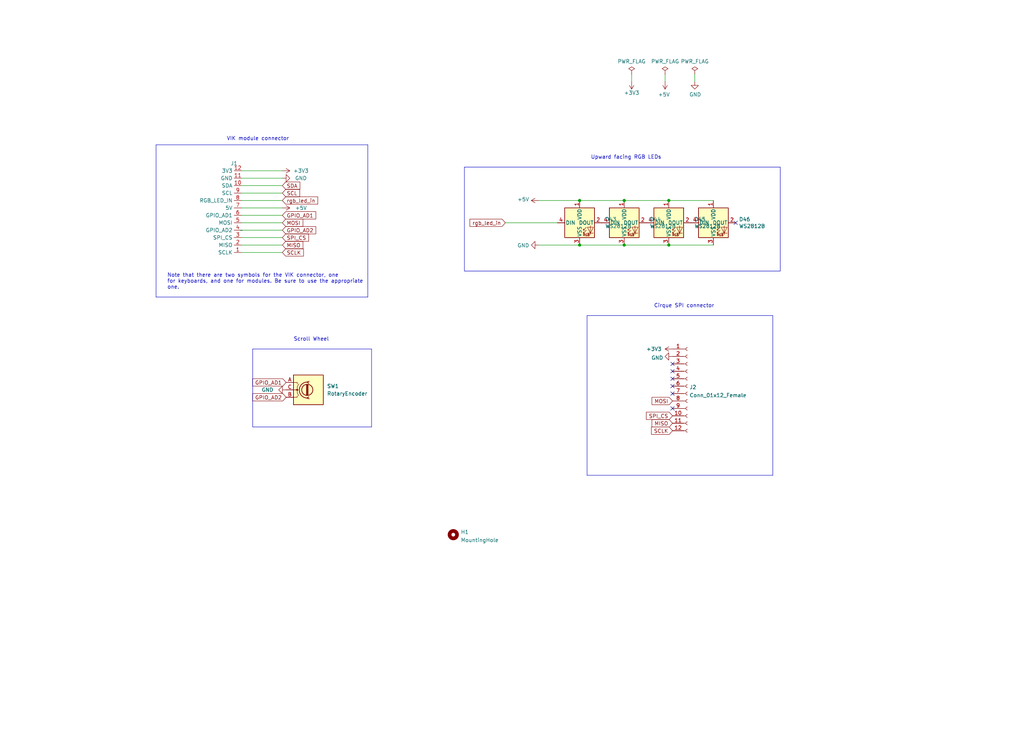
<source format=kicad_sch>
(kicad_sch (version 20230121) (generator eeschema)

  (uuid 61fe293f-6808-4b7f-9340-9aaac7054a97)

  (paper "User" 350.012 250.012)

  (lib_symbols
    (symbol "Connector:Conn_01x12_Female" (pin_names (offset 1.016) hide) (in_bom yes) (on_board yes)
      (property "Reference" "J" (at 0 15.24 0)
        (effects (font (size 1.27 1.27)))
      )
      (property "Value" "Conn_01x12_Female" (at 0 -17.78 0)
        (effects (font (size 1.27 1.27)))
      )
      (property "Footprint" "" (at 0 0 0)
        (effects (font (size 1.27 1.27)) hide)
      )
      (property "Datasheet" "~" (at 0 0 0)
        (effects (font (size 1.27 1.27)) hide)
      )
      (property "ki_keywords" "connector" (at 0 0 0)
        (effects (font (size 1.27 1.27)) hide)
      )
      (property "ki_description" "Generic connector, single row, 01x12, script generated (kicad-library-utils/schlib/autogen/connector/)" (at 0 0 0)
        (effects (font (size 1.27 1.27)) hide)
      )
      (property "ki_fp_filters" "Connector*:*_1x??_*" (at 0 0 0)
        (effects (font (size 1.27 1.27)) hide)
      )
      (symbol "Conn_01x12_Female_1_1"
        (arc (start 0 -14.732) (mid -0.5058 -15.24) (end 0 -15.748)
          (stroke (width 0.1524) (type default))
          (fill (type none))
        )
        (arc (start 0 -12.192) (mid -0.5058 -12.7) (end 0 -13.208)
          (stroke (width 0.1524) (type default))
          (fill (type none))
        )
        (arc (start 0 -9.652) (mid -0.5058 -10.16) (end 0 -10.668)
          (stroke (width 0.1524) (type default))
          (fill (type none))
        )
        (arc (start 0 -7.112) (mid -0.5058 -7.62) (end 0 -8.128)
          (stroke (width 0.1524) (type default))
          (fill (type none))
        )
        (arc (start 0 -4.572) (mid -0.5058 -5.08) (end 0 -5.588)
          (stroke (width 0.1524) (type default))
          (fill (type none))
        )
        (arc (start 0 -2.032) (mid -0.5058 -2.54) (end 0 -3.048)
          (stroke (width 0.1524) (type default))
          (fill (type none))
        )
        (polyline
          (pts
            (xy -1.27 -15.24)
            (xy -0.508 -15.24)
          )
          (stroke (width 0.1524) (type default))
          (fill (type none))
        )
        (polyline
          (pts
            (xy -1.27 -12.7)
            (xy -0.508 -12.7)
          )
          (stroke (width 0.1524) (type default))
          (fill (type none))
        )
        (polyline
          (pts
            (xy -1.27 -10.16)
            (xy -0.508 -10.16)
          )
          (stroke (width 0.1524) (type default))
          (fill (type none))
        )
        (polyline
          (pts
            (xy -1.27 -7.62)
            (xy -0.508 -7.62)
          )
          (stroke (width 0.1524) (type default))
          (fill (type none))
        )
        (polyline
          (pts
            (xy -1.27 -5.08)
            (xy -0.508 -5.08)
          )
          (stroke (width 0.1524) (type default))
          (fill (type none))
        )
        (polyline
          (pts
            (xy -1.27 -2.54)
            (xy -0.508 -2.54)
          )
          (stroke (width 0.1524) (type default))
          (fill (type none))
        )
        (polyline
          (pts
            (xy -1.27 0)
            (xy -0.508 0)
          )
          (stroke (width 0.1524) (type default))
          (fill (type none))
        )
        (polyline
          (pts
            (xy -1.27 2.54)
            (xy -0.508 2.54)
          )
          (stroke (width 0.1524) (type default))
          (fill (type none))
        )
        (polyline
          (pts
            (xy -1.27 5.08)
            (xy -0.508 5.08)
          )
          (stroke (width 0.1524) (type default))
          (fill (type none))
        )
        (polyline
          (pts
            (xy -1.27 7.62)
            (xy -0.508 7.62)
          )
          (stroke (width 0.1524) (type default))
          (fill (type none))
        )
        (polyline
          (pts
            (xy -1.27 10.16)
            (xy -0.508 10.16)
          )
          (stroke (width 0.1524) (type default))
          (fill (type none))
        )
        (polyline
          (pts
            (xy -1.27 12.7)
            (xy -0.508 12.7)
          )
          (stroke (width 0.1524) (type default))
          (fill (type none))
        )
        (arc (start 0 0.508) (mid -0.5058 0) (end 0 -0.508)
          (stroke (width 0.1524) (type default))
          (fill (type none))
        )
        (arc (start 0 3.048) (mid -0.5058 2.54) (end 0 2.032)
          (stroke (width 0.1524) (type default))
          (fill (type none))
        )
        (arc (start 0 5.588) (mid -0.5058 5.08) (end 0 4.572)
          (stroke (width 0.1524) (type default))
          (fill (type none))
        )
        (arc (start 0 8.128) (mid -0.5058 7.62) (end 0 7.112)
          (stroke (width 0.1524) (type default))
          (fill (type none))
        )
        (arc (start 0 10.668) (mid -0.5058 10.16) (end 0 9.652)
          (stroke (width 0.1524) (type default))
          (fill (type none))
        )
        (arc (start 0 13.208) (mid -0.5058 12.7) (end 0 12.192)
          (stroke (width 0.1524) (type default))
          (fill (type none))
        )
        (pin passive line (at -5.08 12.7 0) (length 3.81)
          (name "Pin_1" (effects (font (size 1.27 1.27))))
          (number "1" (effects (font (size 1.27 1.27))))
        )
        (pin passive line (at -5.08 -10.16 0) (length 3.81)
          (name "Pin_10" (effects (font (size 1.27 1.27))))
          (number "10" (effects (font (size 1.27 1.27))))
        )
        (pin passive line (at -5.08 -12.7 0) (length 3.81)
          (name "Pin_11" (effects (font (size 1.27 1.27))))
          (number "11" (effects (font (size 1.27 1.27))))
        )
        (pin passive line (at -5.08 -15.24 0) (length 3.81)
          (name "Pin_12" (effects (font (size 1.27 1.27))))
          (number "12" (effects (font (size 1.27 1.27))))
        )
        (pin passive line (at -5.08 10.16 0) (length 3.81)
          (name "Pin_2" (effects (font (size 1.27 1.27))))
          (number "2" (effects (font (size 1.27 1.27))))
        )
        (pin passive line (at -5.08 7.62 0) (length 3.81)
          (name "Pin_3" (effects (font (size 1.27 1.27))))
          (number "3" (effects (font (size 1.27 1.27))))
        )
        (pin passive line (at -5.08 5.08 0) (length 3.81)
          (name "Pin_4" (effects (font (size 1.27 1.27))))
          (number "4" (effects (font (size 1.27 1.27))))
        )
        (pin passive line (at -5.08 2.54 0) (length 3.81)
          (name "Pin_5" (effects (font (size 1.27 1.27))))
          (number "5" (effects (font (size 1.27 1.27))))
        )
        (pin passive line (at -5.08 0 0) (length 3.81)
          (name "Pin_6" (effects (font (size 1.27 1.27))))
          (number "6" (effects (font (size 1.27 1.27))))
        )
        (pin passive line (at -5.08 -2.54 0) (length 3.81)
          (name "Pin_7" (effects (font (size 1.27 1.27))))
          (number "7" (effects (font (size 1.27 1.27))))
        )
        (pin passive line (at -5.08 -5.08 0) (length 3.81)
          (name "Pin_8" (effects (font (size 1.27 1.27))))
          (number "8" (effects (font (size 1.27 1.27))))
        )
        (pin passive line (at -5.08 -7.62 0) (length 3.81)
          (name "Pin_9" (effects (font (size 1.27 1.27))))
          (number "9" (effects (font (size 1.27 1.27))))
        )
      )
    )
    (symbol "Device:RotaryEncoder" (pin_names (offset 0.254) hide) (in_bom yes) (on_board yes)
      (property "Reference" "SW" (at 0 6.604 0)
        (effects (font (size 1.27 1.27)))
      )
      (property "Value" "RotaryEncoder" (at 0 -6.604 0)
        (effects (font (size 1.27 1.27)))
      )
      (property "Footprint" "" (at -3.81 4.064 0)
        (effects (font (size 1.27 1.27)) hide)
      )
      (property "Datasheet" "~" (at 0 6.604 0)
        (effects (font (size 1.27 1.27)) hide)
      )
      (property "ki_keywords" "rotary switch encoder" (at 0 0 0)
        (effects (font (size 1.27 1.27)) hide)
      )
      (property "ki_description" "Rotary encoder, dual channel, incremental quadrate outputs" (at 0 0 0)
        (effects (font (size 1.27 1.27)) hide)
      )
      (property "ki_fp_filters" "RotaryEncoder*" (at 0 0 0)
        (effects (font (size 1.27 1.27)) hide)
      )
      (symbol "RotaryEncoder_0_1"
        (rectangle (start -5.08 5.08) (end 5.08 -5.08)
          (stroke (width 0.254) (type default))
          (fill (type background))
        )
        (circle (center -3.81 0) (radius 0.254)
          (stroke (width 0) (type default))
          (fill (type outline))
        )
        (circle (center -0.381 0) (radius 1.905)
          (stroke (width 0.254) (type default))
          (fill (type none))
        )
        (arc (start -0.381 2.667) (mid -3.0988 -0.0635) (end -0.381 -2.794)
          (stroke (width 0.254) (type default))
          (fill (type none))
        )
        (polyline
          (pts
            (xy -0.635 -1.778)
            (xy -0.635 1.778)
          )
          (stroke (width 0.254) (type default))
          (fill (type none))
        )
        (polyline
          (pts
            (xy -0.381 -1.778)
            (xy -0.381 1.778)
          )
          (stroke (width 0.254) (type default))
          (fill (type none))
        )
        (polyline
          (pts
            (xy -0.127 1.778)
            (xy -0.127 -1.778)
          )
          (stroke (width 0.254) (type default))
          (fill (type none))
        )
        (polyline
          (pts
            (xy -5.08 -2.54)
            (xy -3.81 -2.54)
            (xy -3.81 -2.032)
          )
          (stroke (width 0) (type default))
          (fill (type none))
        )
        (polyline
          (pts
            (xy -5.08 2.54)
            (xy -3.81 2.54)
            (xy -3.81 2.032)
          )
          (stroke (width 0) (type default))
          (fill (type none))
        )
        (polyline
          (pts
            (xy 0.254 -3.048)
            (xy -0.508 -2.794)
            (xy 0.127 -2.413)
          )
          (stroke (width 0.254) (type default))
          (fill (type none))
        )
        (polyline
          (pts
            (xy 0.254 2.921)
            (xy -0.508 2.667)
            (xy 0.127 2.286)
          )
          (stroke (width 0.254) (type default))
          (fill (type none))
        )
        (polyline
          (pts
            (xy -5.08 0)
            (xy -3.81 0)
            (xy -3.81 -1.016)
            (xy -3.302 -2.032)
          )
          (stroke (width 0) (type default))
          (fill (type none))
        )
        (polyline
          (pts
            (xy -4.318 0)
            (xy -3.81 0)
            (xy -3.81 1.016)
            (xy -3.302 2.032)
          )
          (stroke (width 0) (type default))
          (fill (type none))
        )
      )
      (symbol "RotaryEncoder_1_1"
        (pin passive line (at -7.62 2.54 0) (length 2.54)
          (name "A" (effects (font (size 1.27 1.27))))
          (number "A" (effects (font (size 1.27 1.27))))
        )
        (pin passive line (at -7.62 -2.54 0) (length 2.54)
          (name "B" (effects (font (size 1.27 1.27))))
          (number "B" (effects (font (size 1.27 1.27))))
        )
        (pin passive line (at -7.62 0 0) (length 2.54)
          (name "C" (effects (font (size 1.27 1.27))))
          (number "C" (effects (font (size 1.27 1.27))))
        )
      )
    )
    (symbol "Mechanical:MountingHole" (pin_names (offset 1.016)) (in_bom yes) (on_board yes)
      (property "Reference" "H" (at 0 5.08 0)
        (effects (font (size 1.27 1.27)))
      )
      (property "Value" "MountingHole" (at 0 3.175 0)
        (effects (font (size 1.27 1.27)))
      )
      (property "Footprint" "" (at 0 0 0)
        (effects (font (size 1.27 1.27)) hide)
      )
      (property "Datasheet" "~" (at 0 0 0)
        (effects (font (size 1.27 1.27)) hide)
      )
      (property "ki_keywords" "mounting hole" (at 0 0 0)
        (effects (font (size 1.27 1.27)) hide)
      )
      (property "ki_description" "Mounting Hole without connection" (at 0 0 0)
        (effects (font (size 1.27 1.27)) hide)
      )
      (property "ki_fp_filters" "MountingHole*" (at 0 0 0)
        (effects (font (size 1.27 1.27)) hide)
      )
      (symbol "MountingHole_0_1"
        (circle (center 0 0) (radius 1.27)
          (stroke (width 1.27) (type default))
          (fill (type none))
        )
      )
    )
    (symbol "kicad-keyboard-parts:SK6812MINI-E" (pin_names (offset 0.254)) (in_bom yes) (on_board yes)
      (property "Reference" "D" (at 5.08 5.715 0)
        (effects (font (size 1.27 1.27)) (justify right bottom))
      )
      (property "Value" "SK6812MINI-E" (at 1.27 -5.715 0)
        (effects (font (size 1.27 1.27)) (justify left top))
      )
      (property "Footprint" "kicad-keyboard-parts:MX_SK6812MINI-E" (at 1.27 -7.62 0)
        (effects (font (size 1.27 1.27)) (justify left top) hide)
      )
      (property "Datasheet" "https://cdn-shop.adafruit.com/product-files/2686/SK6812MINI_REV.01-1-2.pdf" (at 2.54 -9.525 0)
        (effects (font (size 1.27 1.27)) (justify left top) hide)
      )
      (property "ki_keywords" "RGB LED NeoPixel Mini addressable" (at 0 0 0)
        (effects (font (size 1.27 1.27)) hide)
      )
      (property "ki_description" "Reverse-mount RGB LED with integrated controller" (at 0 0 0)
        (effects (font (size 1.27 1.27)) hide)
      )
      (property "ki_fp_filters" "LED*SK6812MINI*PLCC*3.5x3.5mm*P1.75mm*" (at 0 0 0)
        (effects (font (size 1.27 1.27)) hide)
      )
      (symbol "SK6812MINI-E_0_0"
        (text "RGB" (at 2.286 -4.191 0)
          (effects (font (size 0.762 0.762)))
        )
      )
      (symbol "SK6812MINI-E_0_1"
        (polyline
          (pts
            (xy 1.27 -3.556)
            (xy 1.778 -3.556)
          )
          (stroke (width 0) (type default))
          (fill (type none))
        )
        (polyline
          (pts
            (xy 1.27 -2.54)
            (xy 1.778 -2.54)
          )
          (stroke (width 0) (type default))
          (fill (type none))
        )
        (polyline
          (pts
            (xy 4.699 -3.556)
            (xy 2.667 -3.556)
          )
          (stroke (width 0) (type default))
          (fill (type none))
        )
        (polyline
          (pts
            (xy 2.286 -2.54)
            (xy 1.27 -3.556)
            (xy 1.27 -3.048)
          )
          (stroke (width 0) (type default))
          (fill (type none))
        )
        (polyline
          (pts
            (xy 2.286 -1.524)
            (xy 1.27 -2.54)
            (xy 1.27 -2.032)
          )
          (stroke (width 0) (type default))
          (fill (type none))
        )
        (polyline
          (pts
            (xy 3.683 -1.016)
            (xy 3.683 -3.556)
            (xy 3.683 -4.064)
          )
          (stroke (width 0) (type default))
          (fill (type none))
        )
        (polyline
          (pts
            (xy 4.699 -1.524)
            (xy 2.667 -1.524)
            (xy 3.683 -3.556)
            (xy 4.699 -1.524)
          )
          (stroke (width 0) (type default))
          (fill (type none))
        )
        (rectangle (start 5.08 5.08) (end -5.08 -5.08)
          (stroke (width 0.254) (type default))
          (fill (type background))
        )
      )
      (symbol "SK6812MINI-E_1_1"
        (pin power_in line (at 0 7.62 270) (length 2.54)
          (name "VDD" (effects (font (size 1.27 1.27))))
          (number "1" (effects (font (size 1.27 1.27))))
        )
        (pin output line (at 7.62 0 180) (length 2.54)
          (name "DOUT" (effects (font (size 1.27 1.27))))
          (number "2" (effects (font (size 1.27 1.27))))
        )
        (pin power_in line (at 0 -7.62 90) (length 2.54)
          (name "VSS" (effects (font (size 1.27 1.27))))
          (number "3" (effects (font (size 1.27 1.27))))
        )
        (pin input line (at -7.62 0 0) (length 2.54)
          (name "DIN" (effects (font (size 1.27 1.27))))
          (number "4" (effects (font (size 1.27 1.27))))
        )
      )
    )
    (symbol "power:+3V3" (power) (pin_names (offset 0)) (in_bom yes) (on_board yes)
      (property "Reference" "#PWR" (at 0 -3.81 0)
        (effects (font (size 1.27 1.27)) hide)
      )
      (property "Value" "+3V3" (at 0 3.556 0)
        (effects (font (size 1.27 1.27)))
      )
      (property "Footprint" "" (at 0 0 0)
        (effects (font (size 1.27 1.27)) hide)
      )
      (property "Datasheet" "" (at 0 0 0)
        (effects (font (size 1.27 1.27)) hide)
      )
      (property "ki_keywords" "power-flag" (at 0 0 0)
        (effects (font (size 1.27 1.27)) hide)
      )
      (property "ki_description" "Power symbol creates a global label with name \"+3V3\"" (at 0 0 0)
        (effects (font (size 1.27 1.27)) hide)
      )
      (symbol "+3V3_0_1"
        (polyline
          (pts
            (xy -0.762 1.27)
            (xy 0 2.54)
          )
          (stroke (width 0) (type default))
          (fill (type none))
        )
        (polyline
          (pts
            (xy 0 0)
            (xy 0 2.54)
          )
          (stroke (width 0) (type default))
          (fill (type none))
        )
        (polyline
          (pts
            (xy 0 2.54)
            (xy 0.762 1.27)
          )
          (stroke (width 0) (type default))
          (fill (type none))
        )
      )
      (symbol "+3V3_1_1"
        (pin power_in line (at 0 0 90) (length 0) hide
          (name "+3V3" (effects (font (size 1.27 1.27))))
          (number "1" (effects (font (size 1.27 1.27))))
        )
      )
    )
    (symbol "power:+5V" (power) (pin_names (offset 0)) (in_bom yes) (on_board yes)
      (property "Reference" "#PWR" (at 0 -3.81 0)
        (effects (font (size 1.27 1.27)) hide)
      )
      (property "Value" "+5V" (at 0 3.556 0)
        (effects (font (size 1.27 1.27)))
      )
      (property "Footprint" "" (at 0 0 0)
        (effects (font (size 1.27 1.27)) hide)
      )
      (property "Datasheet" "" (at 0 0 0)
        (effects (font (size 1.27 1.27)) hide)
      )
      (property "ki_keywords" "power-flag" (at 0 0 0)
        (effects (font (size 1.27 1.27)) hide)
      )
      (property "ki_description" "Power symbol creates a global label with name \"+5V\"" (at 0 0 0)
        (effects (font (size 1.27 1.27)) hide)
      )
      (symbol "+5V_0_1"
        (polyline
          (pts
            (xy -0.762 1.27)
            (xy 0 2.54)
          )
          (stroke (width 0) (type default))
          (fill (type none))
        )
        (polyline
          (pts
            (xy 0 0)
            (xy 0 2.54)
          )
          (stroke (width 0) (type default))
          (fill (type none))
        )
        (polyline
          (pts
            (xy 0 2.54)
            (xy 0.762 1.27)
          )
          (stroke (width 0) (type default))
          (fill (type none))
        )
      )
      (symbol "+5V_1_1"
        (pin power_in line (at 0 0 90) (length 0) hide
          (name "+5V" (effects (font (size 1.27 1.27))))
          (number "1" (effects (font (size 1.27 1.27))))
        )
      )
    )
    (symbol "power:GND" (power) (pin_names (offset 0)) (in_bom yes) (on_board yes)
      (property "Reference" "#PWR" (at 0 -6.35 0)
        (effects (font (size 1.27 1.27)) hide)
      )
      (property "Value" "GND" (at 0 -3.81 0)
        (effects (font (size 1.27 1.27)))
      )
      (property "Footprint" "" (at 0 0 0)
        (effects (font (size 1.27 1.27)) hide)
      )
      (property "Datasheet" "" (at 0 0 0)
        (effects (font (size 1.27 1.27)) hide)
      )
      (property "ki_keywords" "power-flag" (at 0 0 0)
        (effects (font (size 1.27 1.27)) hide)
      )
      (property "ki_description" "Power symbol creates a global label with name \"GND\" , ground" (at 0 0 0)
        (effects (font (size 1.27 1.27)) hide)
      )
      (symbol "GND_0_1"
        (polyline
          (pts
            (xy 0 0)
            (xy 0 -1.27)
            (xy 1.27 -1.27)
            (xy 0 -2.54)
            (xy -1.27 -1.27)
            (xy 0 -1.27)
          )
          (stroke (width 0) (type default))
          (fill (type none))
        )
      )
      (symbol "GND_1_1"
        (pin power_in line (at 0 0 270) (length 0) hide
          (name "GND" (effects (font (size 1.27 1.27))))
          (number "1" (effects (font (size 1.27 1.27))))
        )
      )
    )
    (symbol "power:PWR_FLAG" (power) (pin_numbers hide) (pin_names (offset 0) hide) (in_bom yes) (on_board yes)
      (property "Reference" "#FLG" (at 0 1.905 0)
        (effects (font (size 1.27 1.27)) hide)
      )
      (property "Value" "PWR_FLAG" (at 0 3.81 0)
        (effects (font (size 1.27 1.27)))
      )
      (property "Footprint" "" (at 0 0 0)
        (effects (font (size 1.27 1.27)) hide)
      )
      (property "Datasheet" "~" (at 0 0 0)
        (effects (font (size 1.27 1.27)) hide)
      )
      (property "ki_keywords" "power-flag" (at 0 0 0)
        (effects (font (size 1.27 1.27)) hide)
      )
      (property "ki_description" "Special symbol for telling ERC where power comes from" (at 0 0 0)
        (effects (font (size 1.27 1.27)) hide)
      )
      (symbol "PWR_FLAG_0_0"
        (pin power_out line (at 0 0 90) (length 0)
          (name "pwr" (effects (font (size 1.27 1.27))))
          (number "1" (effects (font (size 1.27 1.27))))
        )
      )
      (symbol "PWR_FLAG_0_1"
        (polyline
          (pts
            (xy 0 0)
            (xy 0 1.27)
            (xy -1.016 1.905)
            (xy 0 2.54)
            (xy 1.016 1.905)
            (xy 0 1.27)
          )
          (stroke (width 0) (type default))
          (fill (type none))
        )
      )
    )
    (symbol "vik:vik-module-connector" (in_bom yes) (on_board yes)
      (property "Reference" "J" (at 0 17.78 0)
        (effects (font (size 1.27 1.27)))
      )
      (property "Value" "" (at 0 6.35 0)
        (effects (font (size 1.27 1.27)))
      )
      (property "Footprint" "" (at 0 6.35 0)
        (effects (font (size 1.27 1.27)) hide)
      )
      (property "Datasheet" "" (at 0 6.35 0)
        (effects (font (size 1.27 1.27)) hide)
      )
      (symbol "vik-module-connector_1_1"
        (pin input line (at 0 13.97 0) (length 2.54)
          (name "SCLK" (effects (font (size 1.27 1.27))))
          (number "1" (effects (font (size 1.27 1.27))))
        )
        (pin input line (at 0 -8.89 0) (length 2.54)
          (name "SDA" (effects (font (size 1.27 1.27))))
          (number "10" (effects (font (size 1.27 1.27))))
        )
        (pin power_in line (at 0 -11.43 0) (length 2.54)
          (name "GND" (effects (font (size 1.27 1.27))))
          (number "11" (effects (font (size 1.27 1.27))))
        )
        (pin power_in line (at 0 -13.97 0) (length 2.54)
          (name "3V3" (effects (font (size 1.27 1.27))))
          (number "12" (effects (font (size 1.27 1.27))))
        )
        (pin input line (at 0 11.43 0) (length 2.54)
          (name "MISO" (effects (font (size 1.27 1.27))))
          (number "2" (effects (font (size 1.27 1.27))))
        )
        (pin input line (at 0 8.89 0) (length 2.54)
          (name "SPI_CS" (effects (font (size 1.27 1.27))))
          (number "3" (effects (font (size 1.27 1.27))))
        )
        (pin input line (at 0 6.35 0) (length 2.54)
          (name "GPIO_AD2" (effects (font (size 1.27 1.27))))
          (number "4" (effects (font (size 1.27 1.27))))
        )
        (pin input line (at 0 3.81 0) (length 2.54)
          (name "MOSI" (effects (font (size 1.27 1.27))))
          (number "5" (effects (font (size 1.27 1.27))))
        )
        (pin input line (at 0 1.27 0) (length 2.54)
          (name "GPIO_AD1" (effects (font (size 1.27 1.27))))
          (number "6" (effects (font (size 1.27 1.27))))
        )
        (pin power_in line (at 0 -1.27 0) (length 2.54)
          (name "5V" (effects (font (size 1.27 1.27))))
          (number "7" (effects (font (size 1.27 1.27))))
        )
        (pin input line (at 0 -3.81 0) (length 2.54)
          (name "RGB_LED_IN" (effects (font (size 1.27 1.27))))
          (number "8" (effects (font (size 1.27 1.27))))
        )
        (pin input line (at 0 -6.35 0) (length 2.54)
          (name "SCL" (effects (font (size 1.27 1.27))))
          (number "9" (effects (font (size 1.27 1.27))))
        )
      )
    )
  )

  (junction (at 198.12 83.82) (diameter 0) (color 0 0 0 0)
    (uuid 309fa007-da9b-446b-8a89-e7d2222a5831)
  )
  (junction (at 213.36 68.58) (diameter 0) (color 0 0 0 0)
    (uuid 478846e3-7800-4fd4-8a02-8f1827af0cd5)
  )
  (junction (at 228.6 68.58) (diameter 0) (color 0 0 0 0)
    (uuid a82e41a9-a872-45e1-83cb-2b5d1d2e8213)
  )
  (junction (at 228.6 83.82) (diameter 0) (color 0 0 0 0)
    (uuid c0f0b113-bbf0-41a6-a64d-72b4c3171f53)
  )
  (junction (at 198.12 68.58) (diameter 0) (color 0 0 0 0)
    (uuid e1409ca4-be7d-4e7e-b6a5-ec000316f010)
  )
  (junction (at 213.36 83.82) (diameter 0) (color 0 0 0 0)
    (uuid f5ffed9e-6dcc-42e2-afb5-0804bb92c659)
  )

  (no_connect (at 229.87 129.54) (uuid 26d32488-8dff-447c-a7e8-6649d5ca7567))
  (no_connect (at 251.46 76.2) (uuid af726a60-199d-4ad4-b475-08754ba10e25))
  (no_connect (at 229.87 139.7) (uuid b0865230-67ba-4f82-b103-ee7c8a04f77a))
  (no_connect (at 229.87 124.46) (uuid c5502c0c-e892-4ee0-8409-d9a97f5440bb))
  (no_connect (at 229.87 134.62) (uuid de951870-fc6d-4355-8842-a0fee08d8cab))
  (no_connect (at 229.87 127) (uuid f5703501-fa62-4d53-bb37-633fea6eee64))
  (no_connect (at 229.87 132.08) (uuid f889902a-d11f-4de3-b679-9e1f8c825024))

  (polyline (pts (xy 200.66 162.56) (xy 200.66 107.95))
    (stroke (width 0) (type default))
    (uuid 093984c9-6188-42c6-bf45-b83614742aaf)
  )

  (wire (pts (xy 82.55 58.42) (xy 96.52 58.42))
    (stroke (width 0) (type default))
    (uuid 10dd335c-495e-4e6e-afb3-92701f8b9223)
  )
  (wire (pts (xy 82.55 66.04) (xy 96.52 66.04))
    (stroke (width 0) (type default))
    (uuid 12e601b0-2ce6-47a0-bee0-90454bd8b539)
  )
  (wire (pts (xy 213.36 68.58) (xy 228.6 68.58))
    (stroke (width 0) (type default))
    (uuid 14b7346f-0116-46fb-891a-6aa1d833866b)
  )
  (polyline (pts (xy 158.75 57.15) (xy 158.75 92.71))
    (stroke (width 0) (type default))
    (uuid 1812e53f-5a8c-401a-8454-eb062d428cbc)
  )

  (wire (pts (xy 82.55 76.2) (xy 96.52 76.2))
    (stroke (width 0) (type default))
    (uuid 21fc78b2-4ae3-46a3-9944-c94c0613b9d2)
  )
  (wire (pts (xy 237.49 25.4) (xy 237.49 27.94))
    (stroke (width 0) (type default))
    (uuid 282c8e53-3acc-42f0-a92a-6aa976b97a93)
  )
  (wire (pts (xy 198.12 83.82) (xy 213.36 83.82))
    (stroke (width 0) (type default))
    (uuid 2f5635c3-9895-44f6-8975-182a036b9574)
  )
  (wire (pts (xy 82.55 73.66) (xy 96.52 73.66))
    (stroke (width 0) (type default))
    (uuid 31136693-ec0b-4e21-a472-9b3ad3b042f1)
  )
  (polyline (pts (xy 86.36 146.05) (xy 127 146.05))
    (stroke (width 0) (type default))
    (uuid 3832fc7c-1192-49c7-9ee0-2ef8edb1eea2)
  )

  (wire (pts (xy 184.15 83.82) (xy 198.12 83.82))
    (stroke (width 0) (type default))
    (uuid 412483a1-fd28-42f8-876b-fed02581f469)
  )
  (polyline (pts (xy 158.75 57.15) (xy 266.7 57.15))
    (stroke (width 0) (type default))
    (uuid 459bf7e1-03e5-43e7-a7a5-48bb21267187)
  )

  (wire (pts (xy 184.15 68.58) (xy 198.12 68.58))
    (stroke (width 0) (type default))
    (uuid 48758ce2-385e-4293-95f3-493b80337c4e)
  )
  (wire (pts (xy 82.55 81.28) (xy 96.52 81.28))
    (stroke (width 0) (type default))
    (uuid 4f5e7bcd-4596-4d4b-a03c-121244878d37)
  )
  (polyline (pts (xy 200.66 107.95) (xy 264.16 107.95))
    (stroke (width 0) (type default))
    (uuid 558703d1-d3c6-47b5-aa05-50f0d6fd0640)
  )

  (wire (pts (xy 82.55 83.82) (xy 96.52 83.82))
    (stroke (width 0) (type default))
    (uuid 5f72bc70-3346-47e0-a189-975416ef2e9c)
  )
  (wire (pts (xy 213.36 83.82) (xy 228.6 83.82))
    (stroke (width 0) (type default))
    (uuid 6ba722f7-9877-4a77-98cc-e97138f36789)
  )
  (wire (pts (xy 82.55 60.96) (xy 96.52 60.96))
    (stroke (width 0) (type default))
    (uuid 6ded6e1a-1684-446a-88f5-8e7fd1f82cc8)
  )
  (polyline (pts (xy 264.16 162.56) (xy 200.66 162.56))
    (stroke (width 0) (type default))
    (uuid 783f3524-cac3-4c6f-b43d-9337abcf4f97)
  )

  (wire (pts (xy 228.6 83.82) (xy 243.84 83.82))
    (stroke (width 0) (type default))
    (uuid 83342153-f2c2-42ee-8e46-c0ed9e10434e)
  )
  (wire (pts (xy 82.55 63.5) (xy 96.52 63.5))
    (stroke (width 0) (type default))
    (uuid 8a4bb0fb-91c0-4654-9a01-2d99eddfc927)
  )
  (wire (pts (xy 228.6 68.58) (xy 243.84 68.58))
    (stroke (width 0) (type default))
    (uuid 9662384e-2b80-4275-b5c4-bd3e5e627d71)
  )
  (wire (pts (xy 227.33 25.4) (xy 227.33 27.94))
    (stroke (width 0) (type default))
    (uuid 98970bf0-1168-4b4e-a1c9-3b0c8d7eaacf)
  )
  (polyline (pts (xy 125.73 49.53) (xy 125.73 101.6))
    (stroke (width 0) (type default))
    (uuid 99bf09fb-0fae-4637-b3f3-84a889bb2043)
  )
  (polyline (pts (xy 264.16 107.95) (xy 264.16 162.56))
    (stroke (width 0) (type default))
    (uuid 9abdc06f-0c40-4ec3-9703-a24cb4829cb3)
  )
  (polyline (pts (xy 125.73 101.6) (xy 53.34 101.6))
    (stroke (width 0) (type default))
    (uuid 9f7d949b-052d-4ce4-a723-65d6c8194f0f)
  )
  (polyline (pts (xy 86.36 119.38) (xy 127 119.38))
    (stroke (width 0) (type default))
    (uuid a0dc335a-f83f-49ca-bf03-74da5b7844fe)
  )
  (polyline (pts (xy 53.34 49.53) (xy 53.34 101.6))
    (stroke (width 0) (type default))
    (uuid a318c8a7-6037-4ecc-bb11-17fada677db9)
  )
  (polyline (pts (xy 266.7 92.71) (xy 266.7 57.15))
    (stroke (width 0) (type default))
    (uuid a9e702e9-2640-419c-926c-4862ec6caabb)
  )

  (wire (pts (xy 215.9 25.4) (xy 215.9 27.94))
    (stroke (width 0) (type default))
    (uuid b12e5309-5d01-40ef-a9c3-8453e00a555e)
  )
  (wire (pts (xy 172.72 76.2) (xy 190.5 76.2))
    (stroke (width 0) (type default))
    (uuid b3173493-8e87-456c-88c6-af1d1c463dde)
  )
  (wire (pts (xy 82.55 86.36) (xy 96.52 86.36))
    (stroke (width 0) (type default))
    (uuid b3e7c4cf-a423-439a-82cd-b273a6ac080b)
  )
  (polyline (pts (xy 53.34 49.53) (xy 125.73 49.53))
    (stroke (width 0) (type default))
    (uuid b50e0395-6aa2-48ca-8512-0c6bb8c6f23a)
  )

  (wire (pts (xy 82.55 68.58) (xy 96.52 68.58))
    (stroke (width 0) (type default))
    (uuid b6853bac-5ca5-47c9-91f6-2e9b2305e230)
  )
  (wire (pts (xy 82.55 71.12) (xy 96.52 71.12))
    (stroke (width 0) (type default))
    (uuid be9916ef-31e0-4b2d-b034-0d944db2af8c)
  )
  (wire (pts (xy 198.12 68.58) (xy 213.36 68.58))
    (stroke (width 0) (type default))
    (uuid c7fd5fca-82df-4715-8960-701cf369978c)
  )
  (polyline (pts (xy 158.75 92.71) (xy 266.7 92.71))
    (stroke (width 0) (type default))
    (uuid e1f36889-4243-47aa-9a77-682175b2b302)
  )
  (polyline (pts (xy 86.36 119.38) (xy 86.36 146.05))
    (stroke (width 0) (type default))
    (uuid e44a22af-090a-4ce8-b2b9-66f5c2df9c2c)
  )

  (wire (pts (xy 82.55 78.74) (xy 96.52 78.74))
    (stroke (width 0) (type default))
    (uuid ef6c1aea-b510-477e-a9ce-1c4bad719d82)
  )
  (polyline (pts (xy 127 146.05) (xy 127 119.38))
    (stroke (width 0) (type default))
    (uuid f30c1f6a-0ce6-4c32-acf4-af4fdc2bcf9b)
  )

  (text "Cirque SPI connector" (at 223.52 105.41 0)
    (effects (font (size 1.27 1.27)) (justify left bottom))
    (uuid 39107ab2-e394-4da7-b9f8-8fce10760a18)
  )
  (text "Upward facing RGB LEDs" (at 201.93 54.61 0)
    (effects (font (size 1.27 1.27)) (justify left bottom))
    (uuid 88581f58-0995-4d15-91e0-69ba9201124c)
  )
  (text "VIK module connector" (at 77.47 48.26 0)
    (effects (font (size 1.27 1.27)) (justify left bottom))
    (uuid 9c95da06-da97-4485-b74d-99b67093cae7)
  )
  (text "Note that there are two symbols for the VIK connector, one\nfor keyboards, and one for modules. Be sure to use the appropriate\none."
    (at 57.15 99.06 0)
    (effects (font (size 1.27 1.27)) (justify left bottom))
    (uuid 9e2d8bea-ffe8-4c65-af99-a967b29e514b)
  )
  (text "Scroll Wheel" (at 100.33 116.84 0)
    (effects (font (size 1.27 1.27)) (justify left bottom))
    (uuid bdf5f028-e3f0-494f-953b-d7838f259497)
  )

  (global_label "GPIO_AD2" (shape input) (at 97.79 135.89 180) (fields_autoplaced)
    (effects (font (size 1.27 1.27)) (justify right))
    (uuid 13718c6b-41ee-4067-813d-c31d9ab9b820)
    (property "Intersheetrefs" "${INTERSHEET_REFS}" (at 86.5274 135.89 0)
      (effects (font (size 1.27 1.27)) (justify right) hide)
    )
  )
  (global_label "SPI_CS" (shape input) (at 229.87 142.24 180)
    (effects (font (size 1.27 1.27)) (justify right))
    (uuid 226233ee-e573-48f4-8638-4c661925e252)
    (property "Intersheetrefs" "${INTERSHEET_REFS}" (at 323.85 275.59 0)
      (effects (font (size 1.27 1.27)) hide)
    )
  )
  (global_label "MOSI" (shape input) (at 229.87 137.16 180) (fields_autoplaced)
    (effects (font (size 1.27 1.27)) (justify right))
    (uuid 321a1f49-778d-4a06-ad9c-4cd214abd1fd)
    (property "Intersheetrefs" "${INTERSHEET_REFS}" (at 222.9496 137.2394 0)
      (effects (font (size 1.27 1.27)) (justify right) hide)
    )
  )
  (global_label "MISO" (shape input) (at 229.87 144.78 180) (fields_autoplaced)
    (effects (font (size 1.27 1.27)) (justify right))
    (uuid 53addd19-b4a5-4fe8-aec2-33240cafdb36)
    (property "Intersheetrefs" "${INTERSHEET_REFS}" (at 222.9496 144.8594 0)
      (effects (font (size 1.27 1.27)) (justify right) hide)
    )
  )
  (global_label "SPI_CS" (shape input) (at 96.52 81.28 0)
    (effects (font (size 1.27 1.27)) (justify left))
    (uuid 5417e20d-8268-48e5-8932-29520f4725b5)
    (property "Intersheetrefs" "${INTERSHEET_REFS}" (at 2.54 -52.07 0)
      (effects (font (size 1.27 1.27)) hide)
    )
  )
  (global_label "GPIO_AD2" (shape input) (at 96.52 78.74 0) (fields_autoplaced)
    (effects (font (size 1.27 1.27)) (justify left))
    (uuid 660cafa6-c381-4118-98f5-797a15aad996)
    (property "Intersheetrefs" "${INTERSHEET_REFS}" (at 107.7826 78.74 0)
      (effects (font (size 1.27 1.27)) (justify left) hide)
    )
  )
  (global_label "MOSI" (shape input) (at 96.52 76.2 0) (fields_autoplaced)
    (effects (font (size 1.27 1.27)) (justify left))
    (uuid 8108860b-b692-4867-b50c-03dac4951e6f)
    (property "Intersheetrefs" "${INTERSHEET_REFS}" (at 103.4404 76.1206 0)
      (effects (font (size 1.27 1.27)) (justify left) hide)
    )
  )
  (global_label "SCL" (shape input) (at 96.52 66.04 0) (fields_autoplaced)
    (effects (font (size 1.27 1.27)) (justify left))
    (uuid 8b260514-2532-4a1b-8814-a53a4701e516)
    (property "Intersheetrefs" "${INTERSHEET_REFS}" (at 102.3518 65.9606 0)
      (effects (font (size 1.27 1.27)) (justify left) hide)
    )
  )
  (global_label "MISO" (shape input) (at 96.52 83.82 0) (fields_autoplaced)
    (effects (font (size 1.27 1.27)) (justify left))
    (uuid a3adbee2-0950-4bfa-a8df-b76a4399cf48)
    (property "Intersheetrefs" "${INTERSHEET_REFS}" (at 103.4404 83.7406 0)
      (effects (font (size 1.27 1.27)) (justify left) hide)
    )
  )
  (global_label "SCLK" (shape input) (at 96.52 86.36 0) (fields_autoplaced)
    (effects (font (size 1.27 1.27)) (justify left))
    (uuid b888eee6-8f0c-491a-862d-32e94f5bb41a)
    (property "Intersheetrefs" "${INTERSHEET_REFS}" (at 103.6218 86.2806 0)
      (effects (font (size 1.27 1.27)) (justify left) hide)
    )
  )
  (global_label "rgb_led_in" (shape input) (at 172.72 76.2 180) (fields_autoplaced)
    (effects (font (size 1.27 1.27)) (justify right))
    (uuid b8f05c1f-fdbe-4436-a9f7-0978ad6c0a1a)
    (property "Intersheetrefs" "${INTERSHEET_REFS}" (at 160.7196 76.2794 0)
      (effects (font (size 1.27 1.27)) (justify right) hide)
    )
  )
  (global_label "GPIO_AD1" (shape input) (at 96.52 73.66 0) (fields_autoplaced)
    (effects (font (size 1.27 1.27)) (justify left))
    (uuid c7488a76-a3a9-4c8a-9663-3f3f97bcf6ba)
    (property "Intersheetrefs" "${INTERSHEET_REFS}" (at 107.7826 73.66 0)
      (effects (font (size 1.27 1.27)) (justify left) hide)
    )
  )
  (global_label "GPIO_AD1" (shape input) (at 97.79 130.81 180) (fields_autoplaced)
    (effects (font (size 1.27 1.27)) (justify right))
    (uuid d0065a75-bbb9-4693-baf1-f83dbd93cafb)
    (property "Intersheetrefs" "${INTERSHEET_REFS}" (at 86.5274 130.81 0)
      (effects (font (size 1.27 1.27)) (justify right) hide)
    )
  )
  (global_label "rgb_led_in" (shape input) (at 96.52 68.58 0) (fields_autoplaced)
    (effects (font (size 1.27 1.27)) (justify left))
    (uuid e0e17498-9df8-4434-b4ba-a616f219f855)
    (property "Intersheetrefs" "${INTERSHEET_REFS}" (at 108.5204 68.5006 0)
      (effects (font (size 1.27 1.27)) (justify left) hide)
    )
  )
  (global_label "SDA" (shape input) (at 96.52 63.5 0) (fields_autoplaced)
    (effects (font (size 1.27 1.27)) (justify left))
    (uuid f61e7b9d-6274-4641-a861-b11b620e5656)
    (property "Intersheetrefs" "${INTERSHEET_REFS}" (at 102.4123 63.4206 0)
      (effects (font (size 1.27 1.27)) (justify left) hide)
    )
  )
  (global_label "SCLK" (shape input) (at 229.87 147.32 180) (fields_autoplaced)
    (effects (font (size 1.27 1.27)) (justify right))
    (uuid fa095f0d-c402-4b4a-ad87-6ba1033441eb)
    (property "Intersheetrefs" "${INTERSHEET_REFS}" (at 222.7682 147.3994 0)
      (effects (font (size 1.27 1.27)) (justify right) hide)
    )
  )

  (symbol (lib_id "power:+5V") (at 184.15 68.58 90) (unit 1)
    (in_bom yes) (on_board yes) (dnp no)
    (uuid 00000000-0000-0000-0000-000060f6e21e)
    (property "Reference" "#PWR08" (at 187.96 68.58 0)
      (effects (font (size 1.27 1.27)) hide)
    )
    (property "Value" "+5V" (at 180.8988 68.199 90)
      (effects (font (size 1.27 1.27)) (justify left))
    )
    (property "Footprint" "" (at 184.15 68.58 0)
      (effects (font (size 1.27 1.27)) hide)
    )
    (property "Datasheet" "" (at 184.15 68.58 0)
      (effects (font (size 1.27 1.27)) hide)
    )
    (pin "1" (uuid 05ffdca0-d2f5-4462-963f-d996e626313c))
    (instances
      (project "scroll-wheel-trackpad"
        (path "/61fe293f-6808-4b7f-9340-9aaac7054a97"
          (reference "#PWR08") (unit 1)
        )
      )
    )
  )

  (symbol (lib_id "power:PWR_FLAG") (at 215.9 25.4 0) (unit 1)
    (in_bom yes) (on_board yes) (dnp no)
    (uuid 00000000-0000-0000-0000-000060f9b7b9)
    (property "Reference" "#FLG01" (at 215.9 23.495 0)
      (effects (font (size 1.27 1.27)) hide)
    )
    (property "Value" "PWR_FLAG" (at 215.9 21.0058 0)
      (effects (font (size 1.27 1.27)))
    )
    (property "Footprint" "" (at 215.9 25.4 0)
      (effects (font (size 1.27 1.27)) hide)
    )
    (property "Datasheet" "~" (at 215.9 25.4 0)
      (effects (font (size 1.27 1.27)) hide)
    )
    (pin "1" (uuid 879e49b9-fbc5-4b51-abaf-20fd01ed20a5))
    (instances
      (project "scroll-wheel-trackpad"
        (path "/61fe293f-6808-4b7f-9340-9aaac7054a97"
          (reference "#FLG01") (unit 1)
        )
      )
    )
  )

  (symbol (lib_id "power:PWR_FLAG") (at 227.33 25.4 0) (unit 1)
    (in_bom yes) (on_board yes) (dnp no)
    (uuid 00000000-0000-0000-0000-000060fb7fba)
    (property "Reference" "#FLG02" (at 227.33 23.495 0)
      (effects (font (size 1.27 1.27)) hide)
    )
    (property "Value" "PWR_FLAG" (at 227.33 21.0058 0)
      (effects (font (size 1.27 1.27)))
    )
    (property "Footprint" "" (at 227.33 25.4 0)
      (effects (font (size 1.27 1.27)) hide)
    )
    (property "Datasheet" "~" (at 227.33 25.4 0)
      (effects (font (size 1.27 1.27)) hide)
    )
    (pin "1" (uuid e55a5f42-9a0c-4d71-a13a-76d57b877b6b))
    (instances
      (project "scroll-wheel-trackpad"
        (path "/61fe293f-6808-4b7f-9340-9aaac7054a97"
          (reference "#FLG02") (unit 1)
        )
      )
    )
  )

  (symbol (lib_id "power:+5V") (at 227.33 27.94 180) (unit 1)
    (in_bom yes) (on_board yes) (dnp no)
    (uuid 00000000-0000-0000-0000-000060fb9a70)
    (property "Reference" "#PWR02" (at 227.33 24.13 0)
      (effects (font (size 1.27 1.27)) hide)
    )
    (property "Value" "+5V" (at 226.949 32.3342 0)
      (effects (font (size 1.27 1.27)))
    )
    (property "Footprint" "" (at 227.33 27.94 0)
      (effects (font (size 1.27 1.27)) hide)
    )
    (property "Datasheet" "" (at 227.33 27.94 0)
      (effects (font (size 1.27 1.27)) hide)
    )
    (pin "1" (uuid 74522d7f-1de2-43f7-a63b-c7cd8b82854a))
    (instances
      (project "scroll-wheel-trackpad"
        (path "/61fe293f-6808-4b7f-9340-9aaac7054a97"
          (reference "#PWR02") (unit 1)
        )
      )
    )
  )

  (symbol (lib_id "power:GND") (at 237.49 27.94 0) (unit 1)
    (in_bom yes) (on_board yes) (dnp no)
    (uuid 00000000-0000-0000-0000-000060fd4683)
    (property "Reference" "#PWR03" (at 237.49 34.29 0)
      (effects (font (size 1.27 1.27)) hide)
    )
    (property "Value" "GND" (at 237.617 32.3342 0)
      (effects (font (size 1.27 1.27)))
    )
    (property "Footprint" "" (at 237.49 27.94 0)
      (effects (font (size 1.27 1.27)) hide)
    )
    (property "Datasheet" "" (at 237.49 27.94 0)
      (effects (font (size 1.27 1.27)) hide)
    )
    (pin "1" (uuid 86315a7f-e7a3-40cb-b198-d482a34b711d))
    (instances
      (project "scroll-wheel-trackpad"
        (path "/61fe293f-6808-4b7f-9340-9aaac7054a97"
          (reference "#PWR03") (unit 1)
        )
      )
    )
  )

  (symbol (lib_id "power:PWR_FLAG") (at 237.49 25.4 0) (unit 1)
    (in_bom yes) (on_board yes) (dnp no)
    (uuid 00000000-0000-0000-0000-000060fd5fc5)
    (property "Reference" "#FLG03" (at 237.49 23.495 0)
      (effects (font (size 1.27 1.27)) hide)
    )
    (property "Value" "PWR_FLAG" (at 237.49 21.0058 0)
      (effects (font (size 1.27 1.27)))
    )
    (property "Footprint" "" (at 237.49 25.4 0)
      (effects (font (size 1.27 1.27)) hide)
    )
    (property "Datasheet" "~" (at 237.49 25.4 0)
      (effects (font (size 1.27 1.27)) hide)
    )
    (pin "1" (uuid d2c72173-386d-4adb-99bb-d7be2b0a8f77))
    (instances
      (project "scroll-wheel-trackpad"
        (path "/61fe293f-6808-4b7f-9340-9aaac7054a97"
          (reference "#FLG03") (unit 1)
        )
      )
    )
  )

  (symbol (lib_id "power:GND") (at 184.15 83.82 270) (unit 1)
    (in_bom yes) (on_board yes) (dnp no)
    (uuid 00000000-0000-0000-0000-0000611a15d4)
    (property "Reference" "#PWR09" (at 177.8 83.82 0)
      (effects (font (size 1.27 1.27)) hide)
    )
    (property "Value" "GND" (at 180.8988 83.947 90)
      (effects (font (size 1.27 1.27)) (justify right))
    )
    (property "Footprint" "" (at 184.15 83.82 0)
      (effects (font (size 1.27 1.27)) hide)
    )
    (property "Datasheet" "" (at 184.15 83.82 0)
      (effects (font (size 1.27 1.27)) hide)
    )
    (pin "1" (uuid 946022c5-e695-43d9-80f5-2959764ce9d2))
    (instances
      (project "scroll-wheel-trackpad"
        (path "/61fe293f-6808-4b7f-9340-9aaac7054a97"
          (reference "#PWR09") (unit 1)
        )
      )
    )
  )

  (symbol (lib_id "power:GND") (at 96.52 60.96 90) (mirror x) (unit 1)
    (in_bom yes) (on_board yes) (dnp no)
    (uuid 163b8132-027e-4c21-b144-967fbfc49e96)
    (property "Reference" "#PWR0102" (at 102.87 60.96 0)
      (effects (font (size 1.27 1.27)) hide)
    )
    (property "Value" "GND" (at 102.87 60.96 90)
      (effects (font (size 1.27 1.27)))
    )
    (property "Footprint" "" (at 96.52 60.96 0)
      (effects (font (size 1.27 1.27)) hide)
    )
    (property "Datasheet" "" (at 96.52 60.96 0)
      (effects (font (size 1.27 1.27)) hide)
    )
    (pin "1" (uuid 575a0a88-32f7-495a-8717-0ac133454030))
    (instances
      (project "scroll-wheel-trackpad"
        (path "/61fe293f-6808-4b7f-9340-9aaac7054a97"
          (reference "#PWR0102") (unit 1)
        )
      )
    )
  )

  (symbol (lib_id "power:GND") (at 229.87 121.92 270) (unit 1)
    (in_bom yes) (on_board yes) (dnp no) (fields_autoplaced)
    (uuid 469dea9c-dfa5-4420-879d-b242f85f1849)
    (property "Reference" "#PWR0107" (at 223.52 121.92 0)
      (effects (font (size 1.27 1.27)) hide)
    )
    (property "Value" "GND" (at 226.6951 122.399 90)
      (effects (font (size 1.27 1.27)) (justify right))
    )
    (property "Footprint" "" (at 229.87 121.92 0)
      (effects (font (size 1.27 1.27)) hide)
    )
    (property "Datasheet" "" (at 229.87 121.92 0)
      (effects (font (size 1.27 1.27)) hide)
    )
    (pin "1" (uuid 2a7e5c03-e6b1-45fe-b2e2-4e37ae097ef4))
    (instances
      (project "scroll-wheel-trackpad"
        (path "/61fe293f-6808-4b7f-9340-9aaac7054a97"
          (reference "#PWR0107") (unit 1)
        )
      )
    )
  )

  (symbol (lib_id "kicad-keyboard-parts:SK6812MINI-E") (at 198.12 76.2 0) (unit 1)
    (in_bom yes) (on_board yes) (dnp no)
    (uuid 4973a1ec-2de6-4250-b629-a3a8cc4a0de1)
    (property "Reference" "D43" (at 206.8576 75.0316 0)
      (effects (font (size 1.27 1.27)) (justify left))
    )
    (property "Value" "WS2812B" (at 206.8576 77.343 0)
      (effects (font (size 1.27 1.27)) (justify left))
    )
    (property "Footprint" "fingerpunch:LED_WS2812B_PLCC4_5.0x5.0mm_P3.2mm-reversible" (at 199.39 83.82 0)
      (effects (font (size 1.27 1.27)) (justify left top) hide)
    )
    (property "Datasheet" "https://cdn-shop.adafruit.com/product-files/2686/SK6812MINI_REV.01-1-2.pdf" (at 200.66 85.725 0)
      (effects (font (size 1.27 1.27)) (justify left top) hide)
    )
    (property "LCSC" "C2761795" (at 198.12 76.2 0)
      (effects (font (size 1.27 1.27)) hide)
    )
    (pin "1" (uuid 11a45ba8-7ea7-47ff-8093-8e8539581477))
    (pin "2" (uuid 1c6fa44f-bbf2-4bca-959a-00fbd1b2a984))
    (pin "3" (uuid 284b891c-2078-4f30-8734-ac47316850c0))
    (pin "4" (uuid 0d0d9d7e-82e9-4cef-a5bc-9a543399a0f3))
    (instances
      (project "scroll-wheel-trackpad"
        (path "/61fe293f-6808-4b7f-9340-9aaac7054a97"
          (reference "D43") (unit 1)
        )
      )
    )
  )

  (symbol (lib_id "power:GND") (at 97.79 133.35 270) (mirror x) (unit 1)
    (in_bom yes) (on_board yes) (dnp no)
    (uuid 4a7aa798-ff47-453d-85c5-fdc8dec89ce3)
    (property "Reference" "#PWR0105" (at 91.44 133.35 0)
      (effects (font (size 1.27 1.27)) hide)
    )
    (property "Value" "GND" (at 91.44 133.35 90)
      (effects (font (size 1.27 1.27)))
    )
    (property "Footprint" "" (at 97.79 133.35 0)
      (effects (font (size 1.27 1.27)) hide)
    )
    (property "Datasheet" "" (at 97.79 133.35 0)
      (effects (font (size 1.27 1.27)) hide)
    )
    (pin "1" (uuid 124795bd-c29c-4e05-bf1e-2a66bcd9ab54))
    (instances
      (project "scroll-wheel-trackpad"
        (path "/61fe293f-6808-4b7f-9340-9aaac7054a97"
          (reference "#PWR0105") (unit 1)
        )
      )
    )
  )

  (symbol (lib_id "kicad-keyboard-parts:SK6812MINI-E") (at 243.84 76.2 0) (unit 1)
    (in_bom yes) (on_board yes) (dnp no)
    (uuid 5de38f0c-1bd4-4c8c-8417-b890bb9caabc)
    (property "Reference" "D46" (at 252.5776 75.0316 0)
      (effects (font (size 1.27 1.27)) (justify left))
    )
    (property "Value" "WS2812B" (at 252.5776 77.343 0)
      (effects (font (size 1.27 1.27)) (justify left))
    )
    (property "Footprint" "fingerpunch:LED_WS2812B_PLCC4_5.0x5.0mm_P3.2mm-reversible" (at 245.11 83.82 0)
      (effects (font (size 1.27 1.27)) (justify left top) hide)
    )
    (property "Datasheet" "https://cdn-shop.adafruit.com/product-files/2686/SK6812MINI_REV.01-1-2.pdf" (at 246.38 85.725 0)
      (effects (font (size 1.27 1.27)) (justify left top) hide)
    )
    (property "LCSC" "C2761795" (at 243.84 76.2 0)
      (effects (font (size 1.27 1.27)) hide)
    )
    (pin "1" (uuid 324bc151-c101-47e2-929b-b9fa4402b063))
    (pin "2" (uuid 49103980-b2b1-4566-8502-dc95db73e59d))
    (pin "3" (uuid 6a6cb98e-68ce-4319-a68a-67742668c034))
    (pin "4" (uuid 49aaa3ac-6131-4eb2-b800-68e55838b888))
    (instances
      (project "scroll-wheel-trackpad"
        (path "/61fe293f-6808-4b7f-9340-9aaac7054a97"
          (reference "D46") (unit 1)
        )
      )
    )
  )

  (symbol (lib_id "kicad-keyboard-parts:SK6812MINI-E") (at 228.6 76.2 0) (unit 1)
    (in_bom yes) (on_board yes) (dnp no)
    (uuid 5e949b08-85d4-486c-af1d-575528afb6c2)
    (property "Reference" "D45" (at 237.3376 75.0316 0)
      (effects (font (size 1.27 1.27)) (justify left))
    )
    (property "Value" "WS2812B" (at 237.3376 77.343 0)
      (effects (font (size 1.27 1.27)) (justify left))
    )
    (property "Footprint" "fingerpunch:LED_WS2812B_PLCC4_5.0x5.0mm_P3.2mm-reversible" (at 229.87 83.82 0)
      (effects (font (size 1.27 1.27)) (justify left top) hide)
    )
    (property "Datasheet" "https://cdn-shop.adafruit.com/product-files/2686/SK6812MINI_REV.01-1-2.pdf" (at 231.14 85.725 0)
      (effects (font (size 1.27 1.27)) (justify left top) hide)
    )
    (property "LCSC" "C2761795" (at 228.6 76.2 0)
      (effects (font (size 1.27 1.27)) hide)
    )
    (pin "1" (uuid 26cfb7a2-a1ab-4a6a-904e-342251406b97))
    (pin "2" (uuid 595e8e5a-2d5a-4dbf-a970-2e79f9b989b0))
    (pin "3" (uuid 61a185ed-7b53-4c87-864d-ac1125d7b05b))
    (pin "4" (uuid 1a74eb50-b0b6-4421-9cd1-7fa35e3e6e51))
    (instances
      (project "scroll-wheel-trackpad"
        (path "/61fe293f-6808-4b7f-9340-9aaac7054a97"
          (reference "D45") (unit 1)
        )
      )
    )
  )

  (symbol (lib_id "power:+3V3") (at 96.52 58.42 270) (unit 1)
    (in_bom yes) (on_board yes) (dnp no)
    (uuid 67306c4d-2a22-40cd-b316-e11712d228ec)
    (property "Reference" "#PWR0101" (at 92.71 58.42 0)
      (effects (font (size 1.27 1.27)) hide)
    )
    (property "Value" "+3V3" (at 102.87 58.42 90)
      (effects (font (size 1.27 1.27)))
    )
    (property "Footprint" "" (at 96.52 58.42 0)
      (effects (font (size 1.27 1.27)) hide)
    )
    (property "Datasheet" "" (at 96.52 58.42 0)
      (effects (font (size 1.27 1.27)) hide)
    )
    (pin "1" (uuid 37f97436-b561-4ca8-ba16-67467a542321))
    (instances
      (project "scroll-wheel-trackpad"
        (path "/61fe293f-6808-4b7f-9340-9aaac7054a97"
          (reference "#PWR0101") (unit 1)
        )
      )
    )
  )

  (symbol (lib_id "power:+5V") (at 96.52 71.12 270) (unit 1)
    (in_bom yes) (on_board yes) (dnp no)
    (uuid 92518f24-2ed3-4b3b-899e-9e2b912b790a)
    (property "Reference" "#PWR0104" (at 92.71 71.12 0)
      (effects (font (size 1.27 1.27)) hide)
    )
    (property "Value" "+5V" (at 102.87 71.12 90)
      (effects (font (size 1.27 1.27)))
    )
    (property "Footprint" "" (at 96.52 71.12 0)
      (effects (font (size 1.27 1.27)) hide)
    )
    (property "Datasheet" "" (at 96.52 71.12 0)
      (effects (font (size 1.27 1.27)) hide)
    )
    (pin "1" (uuid b173917f-6251-4afc-a9d9-3c0e64de6f71))
    (instances
      (project "scroll-wheel-trackpad"
        (path "/61fe293f-6808-4b7f-9340-9aaac7054a97"
          (reference "#PWR0104") (unit 1)
        )
      )
    )
  )

  (symbol (lib_id "vik:vik-module-connector") (at 82.55 72.39 180) (unit 1)
    (in_bom yes) (on_board yes) (dnp no) (fields_autoplaced)
    (uuid 937e695c-3ae2-4ce1-b13d-5d0138d08863)
    (property "Reference" "J1" (at 80.01 55.88 0)
      (effects (font (size 1.27 1.27)))
    )
    (property "Value" "~" (at 82.55 78.74 0)
      (effects (font (size 1.27 1.27)))
    )
    (property "Footprint" "vik:vik-module-connector-horizontal" (at 82.55 78.74 0)
      (effects (font (size 1.27 1.27)) hide)
    )
    (property "Datasheet" "" (at 82.55 78.74 0)
      (effects (font (size 1.27 1.27)) hide)
    )
    (property "LCSC" "C479750" (at 82.55 72.39 0)
      (effects (font (size 1.27 1.27)) hide)
    )
    (pin "1" (uuid 2fc486d6-7fde-4811-a8ac-b9363e915185))
    (pin "10" (uuid c7b2b6a7-c60d-4768-ae7e-66c1ec053d23))
    (pin "11" (uuid e05f25ba-7dc4-424a-8b6d-26594352f4fa))
    (pin "12" (uuid 77e24f8c-d39f-4ffd-a965-f4fa300d218f))
    (pin "2" (uuid 8ae3a2dd-ca02-4a0e-ba05-35215e0563ba))
    (pin "3" (uuid 6e6d8a16-1603-4dd9-951d-232c2f7d751c))
    (pin "4" (uuid c98dc224-8b8c-4af4-ba27-dd38a0a7247a))
    (pin "5" (uuid 10ad70fc-a2fd-47b4-960e-f6b82c6d7892))
    (pin "6" (uuid 2f7c361c-bb34-4325-a100-131f7f90f7d6))
    (pin "7" (uuid dde48645-44d1-4f0c-99b4-590a52180538))
    (pin "8" (uuid 2172f621-8f2f-4358-97ba-c5884f7a9816))
    (pin "9" (uuid f8f97464-10a8-4026-888a-60dd1f09aa9a))
    (instances
      (project "scroll-wheel-trackpad"
        (path "/61fe293f-6808-4b7f-9340-9aaac7054a97"
          (reference "J1") (unit 1)
        )
      )
    )
  )

  (symbol (lib_id "kicad-keyboard-parts:SK6812MINI-E") (at 213.36 76.2 0) (unit 1)
    (in_bom yes) (on_board yes) (dnp no)
    (uuid a67df5ff-0925-4154-a81b-31d85f493c06)
    (property "Reference" "D44" (at 222.0976 75.0316 0)
      (effects (font (size 1.27 1.27)) (justify left))
    )
    (property "Value" "WS2812B" (at 222.0976 77.343 0)
      (effects (font (size 1.27 1.27)) (justify left))
    )
    (property "Footprint" "fingerpunch:LED_WS2812B_PLCC4_5.0x5.0mm_P3.2mm-reversible" (at 214.63 83.82 0)
      (effects (font (size 1.27 1.27)) (justify left top) hide)
    )
    (property "Datasheet" "https://cdn-shop.adafruit.com/product-files/2686/SK6812MINI_REV.01-1-2.pdf" (at 215.9 85.725 0)
      (effects (font (size 1.27 1.27)) (justify left top) hide)
    )
    (property "LCSC" "C2761795" (at 213.36 76.2 0)
      (effects (font (size 1.27 1.27)) hide)
    )
    (pin "1" (uuid 054d2f5f-49b4-4878-b99e-6cbfe0a54f70))
    (pin "2" (uuid d74cccf7-63f8-4c30-8384-17b5e6daed67))
    (pin "3" (uuid 9dbe5660-9dd1-4815-852f-e6ff8c536cae))
    (pin "4" (uuid d9629647-bbb1-4346-9619-7a26e2d7876f))
    (instances
      (project "scroll-wheel-trackpad"
        (path "/61fe293f-6808-4b7f-9340-9aaac7054a97"
          (reference "D44") (unit 1)
        )
      )
    )
  )

  (symbol (lib_id "Mechanical:MountingHole") (at 154.94 182.88 0) (unit 1)
    (in_bom yes) (on_board yes) (dnp no) (fields_autoplaced)
    (uuid cf61b999-cf33-4ade-80af-db65a728812d)
    (property "Reference" "H1" (at 157.48 181.9715 0)
      (effects (font (size 1.27 1.27)) (justify left))
    )
    (property "Value" "MountingHole" (at 157.48 184.7466 0)
      (effects (font (size 1.27 1.27)) (justify left))
    )
    (property "Footprint" "vik:vik-module-mounting-large" (at 154.94 182.88 0)
      (effects (font (size 1.27 1.27)) hide)
    )
    (property "Datasheet" "~" (at 154.94 182.88 0)
      (effects (font (size 1.27 1.27)) hide)
    )
    (instances
      (project "scroll-wheel-trackpad"
        (path "/61fe293f-6808-4b7f-9340-9aaac7054a97"
          (reference "H1") (unit 1)
        )
      )
    )
  )

  (symbol (lib_id "power:+3V3") (at 229.87 119.38 90) (unit 1)
    (in_bom yes) (on_board yes) (dnp no)
    (uuid d356c383-00ee-4d88-b21a-060fbfbca31a)
    (property "Reference" "#PWR0106" (at 233.68 119.38 0)
      (effects (font (size 1.27 1.27)) hide)
    )
    (property "Value" "+3V3" (at 223.52 119.38 90)
      (effects (font (size 1.27 1.27)))
    )
    (property "Footprint" "" (at 229.87 119.38 0)
      (effects (font (size 1.27 1.27)) hide)
    )
    (property "Datasheet" "" (at 229.87 119.38 0)
      (effects (font (size 1.27 1.27)) hide)
    )
    (pin "1" (uuid fe1b5605-4f60-4d1d-99d0-6bf562e914a2))
    (instances
      (project "scroll-wheel-trackpad"
        (path "/61fe293f-6808-4b7f-9340-9aaac7054a97"
          (reference "#PWR0106") (unit 1)
        )
      )
    )
  )

  (symbol (lib_id "power:+3V3") (at 215.9 27.94 180) (unit 1)
    (in_bom yes) (on_board yes) (dnp no)
    (uuid e00c8349-6e8c-415c-9424-a5256c6d14c4)
    (property "Reference" "#PWR0112" (at 215.9 24.13 0)
      (effects (font (size 1.27 1.27)) hide)
    )
    (property "Value" "+3V3" (at 215.9 31.75 0)
      (effects (font (size 1.27 1.27)))
    )
    (property "Footprint" "" (at 215.9 27.94 0)
      (effects (font (size 1.27 1.27)) hide)
    )
    (property "Datasheet" "" (at 215.9 27.94 0)
      (effects (font (size 1.27 1.27)) hide)
    )
    (pin "1" (uuid b6b005a3-6aa8-4642-902f-c3f80828fbe1))
    (instances
      (project "scroll-wheel-trackpad"
        (path "/61fe293f-6808-4b7f-9340-9aaac7054a97"
          (reference "#PWR0112") (unit 1)
        )
      )
    )
  )

  (symbol (lib_id "Connector:Conn_01x12_Female") (at 234.95 132.08 0) (unit 1)
    (in_bom yes) (on_board yes) (dnp no) (fields_autoplaced)
    (uuid f5620e4a-a387-491f-86d4-c86c1689c3cb)
    (property "Reference" "J2" (at 235.6612 132.4415 0)
      (effects (font (size 1.27 1.27)) (justify left))
    )
    (property "Value" "Conn_01x12_Female" (at 235.6612 135.2166 0)
      (effects (font (size 1.27 1.27)) (justify left))
    )
    (property "Footprint" "fingerpunch:FPC-SMD_FPC05012-09200-.5mm-rev" (at 234.95 132.08 0)
      (effects (font (size 1.27 1.27)) hide)
    )
    (property "Datasheet" "~" (at 234.95 132.08 0)
      (effects (font (size 1.27 1.27)) hide)
    )
    (property "LCSC" "C479750" (at 234.95 132.08 0)
      (effects (font (size 1.27 1.27)) hide)
    )
    (pin "1" (uuid 04a88736-59e8-45fb-ba1f-306ca19e2301))
    (pin "10" (uuid d8b9eabf-8bec-4238-9917-fa62ec7ad582))
    (pin "11" (uuid a0dda923-0117-4c74-a70a-321189c566b5))
    (pin "12" (uuid b72a2ea6-8df8-4033-8da5-8a26a11a8fbc))
    (pin "2" (uuid 248e27f4-7459-498e-a4b0-69c9f97392d1))
    (pin "3" (uuid 74f090b2-3eb6-4d0c-81df-21bce74274aa))
    (pin "4" (uuid a8d328b6-8db6-45e5-b7a8-17fd12e60b9d))
    (pin "5" (uuid 6ccc0e6f-189c-42db-b311-f1c6a29fbdf0))
    (pin "6" (uuid 0499148e-8240-40dc-8990-27b303389770))
    (pin "7" (uuid 3a87386a-b45c-442e-a96e-7fc41c558879))
    (pin "8" (uuid 715cc693-8fe1-4550-a302-5286a6da110b))
    (pin "9" (uuid efb1aa3d-80e1-4e28-acf5-3619ccc7c4a6))
    (instances
      (project "scroll-wheel-trackpad"
        (path "/61fe293f-6808-4b7f-9340-9aaac7054a97"
          (reference "J2") (unit 1)
        )
      )
    )
  )

  (symbol (lib_id "Device:RotaryEncoder") (at 105.41 133.35 0) (unit 1)
    (in_bom yes) (on_board yes) (dnp no) (fields_autoplaced)
    (uuid f5c154b3-fd56-429b-8bbc-6305973fb904)
    (property "Reference" "SW1" (at 111.76 132.0799 0)
      (effects (font (size 1.27 1.27)) (justify left))
    )
    (property "Value" "RotaryEncoder" (at 111.76 134.6199 0)
      (effects (font (size 1.27 1.27)) (justify left))
    )
    (property "Footprint" "fingerpunch:PERS56v3" (at 101.6 129.286 0)
      (effects (font (size 1.27 1.27)) hide)
    )
    (property "Datasheet" "~" (at 105.41 126.746 0)
      (effects (font (size 1.27 1.27)) hide)
    )
    (pin "A" (uuid 34b9c349-c27c-46ac-9b4c-b2f160a2549a))
    (pin "B" (uuid aeca080c-d9c1-4122-96af-391c787623d2))
    (pin "C" (uuid 221e3dc9-d0f7-4764-ae17-dbd825eba6dd))
    (instances
      (project "scroll-wheel-trackpad"
        (path "/61fe293f-6808-4b7f-9340-9aaac7054a97"
          (reference "SW1") (unit 1)
        )
      )
    )
  )

  (sheet_instances
    (path "/" (page "1"))
  )
)

</source>
